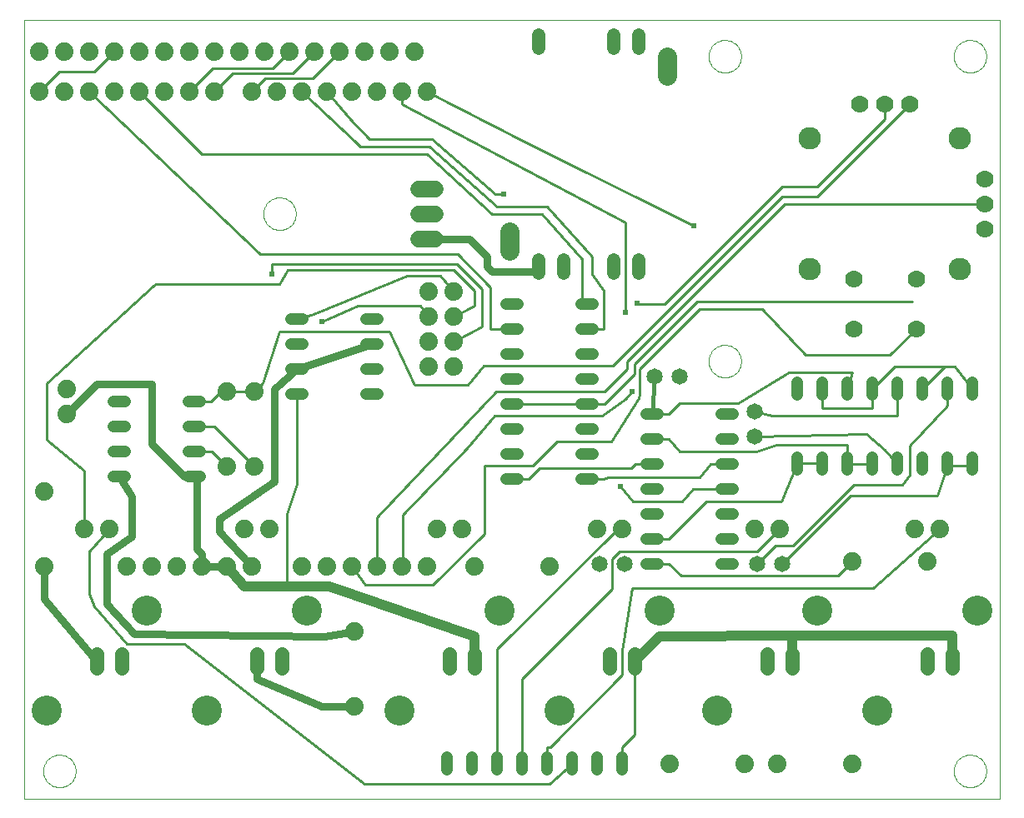
<source format=gtl>
G75*
G70*
%OFA0B0*%
%FSLAX24Y24*%
%IPPOS*%
%LPD*%
%AMOC8*
5,1,8,0,0,1.08239X$1,22.5*
%
%ADD10C,0.0000*%
%ADD11C,0.0740*%
%ADD12C,0.0560*%
%ADD13C,0.1200*%
%ADD14C,0.0900*%
%ADD15C,0.0700*%
%ADD16C,0.0480*%
%ADD17C,0.0660*%
%ADD18C,0.0650*%
%ADD19C,0.0768*%
%ADD20C,0.0531*%
%ADD21C,0.0240*%
%ADD22C,0.0100*%
%ADD23C,0.0400*%
%ADD24C,0.0300*%
%ADD25C,0.0150*%
D10*
X011652Y000125D02*
X050644Y000125D01*
X050644Y031295D01*
X011652Y031295D01*
X011652Y000125D01*
X012402Y001225D02*
X012404Y001275D01*
X012410Y001325D01*
X012420Y001375D01*
X012433Y001423D01*
X012450Y001471D01*
X012471Y001517D01*
X012495Y001561D01*
X012523Y001603D01*
X012554Y001643D01*
X012588Y001680D01*
X012625Y001715D01*
X012664Y001746D01*
X012705Y001775D01*
X012749Y001800D01*
X012795Y001822D01*
X012842Y001840D01*
X012890Y001854D01*
X012939Y001865D01*
X012989Y001872D01*
X013039Y001875D01*
X013090Y001874D01*
X013140Y001869D01*
X013190Y001860D01*
X013238Y001848D01*
X013286Y001831D01*
X013332Y001811D01*
X013377Y001788D01*
X013420Y001761D01*
X013460Y001731D01*
X013498Y001698D01*
X013533Y001662D01*
X013566Y001623D01*
X013595Y001582D01*
X013621Y001539D01*
X013644Y001494D01*
X013663Y001447D01*
X013678Y001399D01*
X013690Y001350D01*
X013698Y001300D01*
X013702Y001250D01*
X013702Y001200D01*
X013698Y001150D01*
X013690Y001100D01*
X013678Y001051D01*
X013663Y001003D01*
X013644Y000956D01*
X013621Y000911D01*
X013595Y000868D01*
X013566Y000827D01*
X013533Y000788D01*
X013498Y000752D01*
X013460Y000719D01*
X013420Y000689D01*
X013377Y000662D01*
X013332Y000639D01*
X013286Y000619D01*
X013238Y000602D01*
X013190Y000590D01*
X013140Y000581D01*
X013090Y000576D01*
X013039Y000575D01*
X012989Y000578D01*
X012939Y000585D01*
X012890Y000596D01*
X012842Y000610D01*
X012795Y000628D01*
X012749Y000650D01*
X012705Y000675D01*
X012664Y000704D01*
X012625Y000735D01*
X012588Y000770D01*
X012554Y000807D01*
X012523Y000847D01*
X012495Y000889D01*
X012471Y000933D01*
X012450Y000979D01*
X012433Y001027D01*
X012420Y001075D01*
X012410Y001125D01*
X012404Y001175D01*
X012402Y001225D01*
X039002Y017625D02*
X039004Y017675D01*
X039010Y017725D01*
X039020Y017775D01*
X039033Y017823D01*
X039050Y017871D01*
X039071Y017917D01*
X039095Y017961D01*
X039123Y018003D01*
X039154Y018043D01*
X039188Y018080D01*
X039225Y018115D01*
X039264Y018146D01*
X039305Y018175D01*
X039349Y018200D01*
X039395Y018222D01*
X039442Y018240D01*
X039490Y018254D01*
X039539Y018265D01*
X039589Y018272D01*
X039639Y018275D01*
X039690Y018274D01*
X039740Y018269D01*
X039790Y018260D01*
X039838Y018248D01*
X039886Y018231D01*
X039932Y018211D01*
X039977Y018188D01*
X040020Y018161D01*
X040060Y018131D01*
X040098Y018098D01*
X040133Y018062D01*
X040166Y018023D01*
X040195Y017982D01*
X040221Y017939D01*
X040244Y017894D01*
X040263Y017847D01*
X040278Y017799D01*
X040290Y017750D01*
X040298Y017700D01*
X040302Y017650D01*
X040302Y017600D01*
X040298Y017550D01*
X040290Y017500D01*
X040278Y017451D01*
X040263Y017403D01*
X040244Y017356D01*
X040221Y017311D01*
X040195Y017268D01*
X040166Y017227D01*
X040133Y017188D01*
X040098Y017152D01*
X040060Y017119D01*
X040020Y017089D01*
X039977Y017062D01*
X039932Y017039D01*
X039886Y017019D01*
X039838Y017002D01*
X039790Y016990D01*
X039740Y016981D01*
X039690Y016976D01*
X039639Y016975D01*
X039589Y016978D01*
X039539Y016985D01*
X039490Y016996D01*
X039442Y017010D01*
X039395Y017028D01*
X039349Y017050D01*
X039305Y017075D01*
X039264Y017104D01*
X039225Y017135D01*
X039188Y017170D01*
X039154Y017207D01*
X039123Y017247D01*
X039095Y017289D01*
X039071Y017333D01*
X039050Y017379D01*
X039033Y017427D01*
X039020Y017475D01*
X039010Y017525D01*
X039004Y017575D01*
X039002Y017625D01*
X021202Y023525D02*
X021204Y023575D01*
X021210Y023625D01*
X021220Y023675D01*
X021233Y023723D01*
X021250Y023771D01*
X021271Y023817D01*
X021295Y023861D01*
X021323Y023903D01*
X021354Y023943D01*
X021388Y023980D01*
X021425Y024015D01*
X021464Y024046D01*
X021505Y024075D01*
X021549Y024100D01*
X021595Y024122D01*
X021642Y024140D01*
X021690Y024154D01*
X021739Y024165D01*
X021789Y024172D01*
X021839Y024175D01*
X021890Y024174D01*
X021940Y024169D01*
X021990Y024160D01*
X022038Y024148D01*
X022086Y024131D01*
X022132Y024111D01*
X022177Y024088D01*
X022220Y024061D01*
X022260Y024031D01*
X022298Y023998D01*
X022333Y023962D01*
X022366Y023923D01*
X022395Y023882D01*
X022421Y023839D01*
X022444Y023794D01*
X022463Y023747D01*
X022478Y023699D01*
X022490Y023650D01*
X022498Y023600D01*
X022502Y023550D01*
X022502Y023500D01*
X022498Y023450D01*
X022490Y023400D01*
X022478Y023351D01*
X022463Y023303D01*
X022444Y023256D01*
X022421Y023211D01*
X022395Y023168D01*
X022366Y023127D01*
X022333Y023088D01*
X022298Y023052D01*
X022260Y023019D01*
X022220Y022989D01*
X022177Y022962D01*
X022132Y022939D01*
X022086Y022919D01*
X022038Y022902D01*
X021990Y022890D01*
X021940Y022881D01*
X021890Y022876D01*
X021839Y022875D01*
X021789Y022878D01*
X021739Y022885D01*
X021690Y022896D01*
X021642Y022910D01*
X021595Y022928D01*
X021549Y022950D01*
X021505Y022975D01*
X021464Y023004D01*
X021425Y023035D01*
X021388Y023070D01*
X021354Y023107D01*
X021323Y023147D01*
X021295Y023189D01*
X021271Y023233D01*
X021250Y023279D01*
X021233Y023327D01*
X021220Y023375D01*
X021210Y023425D01*
X021204Y023475D01*
X021202Y023525D01*
X039002Y029825D02*
X039004Y029875D01*
X039010Y029925D01*
X039020Y029975D01*
X039033Y030023D01*
X039050Y030071D01*
X039071Y030117D01*
X039095Y030161D01*
X039123Y030203D01*
X039154Y030243D01*
X039188Y030280D01*
X039225Y030315D01*
X039264Y030346D01*
X039305Y030375D01*
X039349Y030400D01*
X039395Y030422D01*
X039442Y030440D01*
X039490Y030454D01*
X039539Y030465D01*
X039589Y030472D01*
X039639Y030475D01*
X039690Y030474D01*
X039740Y030469D01*
X039790Y030460D01*
X039838Y030448D01*
X039886Y030431D01*
X039932Y030411D01*
X039977Y030388D01*
X040020Y030361D01*
X040060Y030331D01*
X040098Y030298D01*
X040133Y030262D01*
X040166Y030223D01*
X040195Y030182D01*
X040221Y030139D01*
X040244Y030094D01*
X040263Y030047D01*
X040278Y029999D01*
X040290Y029950D01*
X040298Y029900D01*
X040302Y029850D01*
X040302Y029800D01*
X040298Y029750D01*
X040290Y029700D01*
X040278Y029651D01*
X040263Y029603D01*
X040244Y029556D01*
X040221Y029511D01*
X040195Y029468D01*
X040166Y029427D01*
X040133Y029388D01*
X040098Y029352D01*
X040060Y029319D01*
X040020Y029289D01*
X039977Y029262D01*
X039932Y029239D01*
X039886Y029219D01*
X039838Y029202D01*
X039790Y029190D01*
X039740Y029181D01*
X039690Y029176D01*
X039639Y029175D01*
X039589Y029178D01*
X039539Y029185D01*
X039490Y029196D01*
X039442Y029210D01*
X039395Y029228D01*
X039349Y029250D01*
X039305Y029275D01*
X039264Y029304D01*
X039225Y029335D01*
X039188Y029370D01*
X039154Y029407D01*
X039123Y029447D01*
X039095Y029489D01*
X039071Y029533D01*
X039050Y029579D01*
X039033Y029627D01*
X039020Y029675D01*
X039010Y029725D01*
X039004Y029775D01*
X039002Y029825D01*
X048802Y029825D02*
X048804Y029875D01*
X048810Y029925D01*
X048820Y029975D01*
X048833Y030023D01*
X048850Y030071D01*
X048871Y030117D01*
X048895Y030161D01*
X048923Y030203D01*
X048954Y030243D01*
X048988Y030280D01*
X049025Y030315D01*
X049064Y030346D01*
X049105Y030375D01*
X049149Y030400D01*
X049195Y030422D01*
X049242Y030440D01*
X049290Y030454D01*
X049339Y030465D01*
X049389Y030472D01*
X049439Y030475D01*
X049490Y030474D01*
X049540Y030469D01*
X049590Y030460D01*
X049638Y030448D01*
X049686Y030431D01*
X049732Y030411D01*
X049777Y030388D01*
X049820Y030361D01*
X049860Y030331D01*
X049898Y030298D01*
X049933Y030262D01*
X049966Y030223D01*
X049995Y030182D01*
X050021Y030139D01*
X050044Y030094D01*
X050063Y030047D01*
X050078Y029999D01*
X050090Y029950D01*
X050098Y029900D01*
X050102Y029850D01*
X050102Y029800D01*
X050098Y029750D01*
X050090Y029700D01*
X050078Y029651D01*
X050063Y029603D01*
X050044Y029556D01*
X050021Y029511D01*
X049995Y029468D01*
X049966Y029427D01*
X049933Y029388D01*
X049898Y029352D01*
X049860Y029319D01*
X049820Y029289D01*
X049777Y029262D01*
X049732Y029239D01*
X049686Y029219D01*
X049638Y029202D01*
X049590Y029190D01*
X049540Y029181D01*
X049490Y029176D01*
X049439Y029175D01*
X049389Y029178D01*
X049339Y029185D01*
X049290Y029196D01*
X049242Y029210D01*
X049195Y029228D01*
X049149Y029250D01*
X049105Y029275D01*
X049064Y029304D01*
X049025Y029335D01*
X048988Y029370D01*
X048954Y029407D01*
X048923Y029447D01*
X048895Y029489D01*
X048871Y029533D01*
X048850Y029579D01*
X048833Y029627D01*
X048820Y029675D01*
X048810Y029725D01*
X048804Y029775D01*
X048802Y029825D01*
X048802Y001225D02*
X048804Y001275D01*
X048810Y001325D01*
X048820Y001375D01*
X048833Y001423D01*
X048850Y001471D01*
X048871Y001517D01*
X048895Y001561D01*
X048923Y001603D01*
X048954Y001643D01*
X048988Y001680D01*
X049025Y001715D01*
X049064Y001746D01*
X049105Y001775D01*
X049149Y001800D01*
X049195Y001822D01*
X049242Y001840D01*
X049290Y001854D01*
X049339Y001865D01*
X049389Y001872D01*
X049439Y001875D01*
X049490Y001874D01*
X049540Y001869D01*
X049590Y001860D01*
X049638Y001848D01*
X049686Y001831D01*
X049732Y001811D01*
X049777Y001788D01*
X049820Y001761D01*
X049860Y001731D01*
X049898Y001698D01*
X049933Y001662D01*
X049966Y001623D01*
X049995Y001582D01*
X050021Y001539D01*
X050044Y001494D01*
X050063Y001447D01*
X050078Y001399D01*
X050090Y001350D01*
X050098Y001300D01*
X050102Y001250D01*
X050102Y001200D01*
X050098Y001150D01*
X050090Y001100D01*
X050078Y001051D01*
X050063Y001003D01*
X050044Y000956D01*
X050021Y000911D01*
X049995Y000868D01*
X049966Y000827D01*
X049933Y000788D01*
X049898Y000752D01*
X049860Y000719D01*
X049820Y000689D01*
X049777Y000662D01*
X049732Y000639D01*
X049686Y000619D01*
X049638Y000602D01*
X049590Y000590D01*
X049540Y000581D01*
X049490Y000576D01*
X049439Y000575D01*
X049389Y000578D01*
X049339Y000585D01*
X049290Y000596D01*
X049242Y000610D01*
X049195Y000628D01*
X049149Y000650D01*
X049105Y000675D01*
X049064Y000704D01*
X049025Y000735D01*
X048988Y000770D01*
X048954Y000807D01*
X048923Y000847D01*
X048895Y000889D01*
X048871Y000933D01*
X048850Y000979D01*
X048833Y001027D01*
X048820Y001075D01*
X048810Y001125D01*
X048804Y001175D01*
X048802Y001225D01*
D11*
X044752Y001525D03*
X041752Y001525D03*
X040452Y001525D03*
X037452Y001525D03*
X032652Y009425D03*
X034552Y010925D03*
X035552Y010925D03*
X040852Y010925D03*
X041852Y010925D03*
X044752Y009625D03*
X047252Y010925D03*
X048252Y010925D03*
X047752Y009625D03*
X029652Y009425D03*
X027752Y009425D03*
X026752Y009425D03*
X025752Y009425D03*
X024752Y009425D03*
X023752Y009425D03*
X022752Y009425D03*
X020752Y009425D03*
X019752Y009425D03*
X018752Y009425D03*
X017752Y009425D03*
X016752Y009425D03*
X015752Y009425D03*
X015052Y010925D03*
X014052Y010925D03*
X012452Y009425D03*
X012452Y012425D03*
X013352Y015525D03*
X013352Y016525D03*
X019752Y016425D03*
X020852Y016425D03*
X020852Y013425D03*
X019752Y013425D03*
X020452Y010925D03*
X021452Y010925D03*
X024852Y006825D03*
X024852Y003825D03*
X028152Y010925D03*
X029152Y010925D03*
X028802Y017425D03*
X027802Y017425D03*
X027802Y018425D03*
X028802Y018425D03*
X028802Y019425D03*
X027802Y019425D03*
X027802Y020425D03*
X028802Y020425D03*
X027752Y028425D03*
X026752Y028425D03*
X025752Y028425D03*
X024752Y028425D03*
X023752Y028425D03*
X022752Y028425D03*
X021752Y028425D03*
X020752Y028425D03*
X019252Y028425D03*
X018252Y028425D03*
X017252Y028425D03*
X016252Y028425D03*
X015252Y028425D03*
X014252Y028425D03*
X013252Y028425D03*
X012252Y028425D03*
X012252Y030025D03*
X013252Y030025D03*
X014252Y030025D03*
X015252Y030025D03*
X016252Y030025D03*
X017252Y030025D03*
X018252Y030025D03*
X019252Y030025D03*
X020252Y030025D03*
X021252Y030025D03*
X022252Y030025D03*
X023252Y030025D03*
X024252Y030025D03*
X025252Y030025D03*
X026252Y030025D03*
X027252Y030025D03*
D12*
X028652Y005905D02*
X028652Y005345D01*
X029633Y005345D02*
X029633Y005905D01*
X035052Y005905D02*
X035052Y005345D01*
X036033Y005345D02*
X036033Y005905D01*
X041352Y005905D02*
X041352Y005345D01*
X042333Y005345D02*
X042333Y005905D01*
X047752Y005905D02*
X047752Y005345D01*
X048733Y005345D02*
X048733Y005905D01*
X021933Y005905D02*
X021933Y005345D01*
X020952Y005345D02*
X020952Y005905D01*
X015533Y005905D02*
X015533Y005345D01*
X014552Y005345D02*
X014552Y005905D01*
D13*
X016556Y007634D03*
X022956Y007634D03*
X026654Y003646D03*
X033054Y003646D03*
X039354Y003646D03*
X037056Y007634D03*
X043356Y007634D03*
X045754Y003646D03*
X049756Y007634D03*
X030656Y007634D03*
X018954Y003646D03*
X012554Y003646D03*
D14*
X043052Y021300D03*
X049052Y021300D03*
X049052Y026550D03*
X043052Y026550D03*
D15*
X045052Y027925D03*
X046052Y027925D03*
X047052Y027925D03*
X050052Y024925D03*
X050052Y023925D03*
X050052Y022925D03*
X047302Y020925D03*
X044802Y020925D03*
X044802Y018925D03*
X047302Y018925D03*
D16*
X047552Y016765D02*
X047552Y016285D01*
X046552Y016285D02*
X046552Y016765D01*
X045552Y016765D02*
X045552Y016285D01*
X044552Y016285D02*
X044552Y016765D01*
X043552Y016765D02*
X043552Y016285D01*
X042552Y016285D02*
X042552Y016765D01*
X039992Y015525D02*
X039512Y015525D01*
X039512Y014525D02*
X039992Y014525D01*
X039992Y013525D02*
X039512Y013525D01*
X039512Y012525D02*
X039992Y012525D01*
X039992Y011525D02*
X039512Y011525D01*
X039512Y010525D02*
X039992Y010525D01*
X039992Y009525D02*
X039512Y009525D01*
X036992Y009525D02*
X036512Y009525D01*
X036512Y010525D02*
X036992Y010525D01*
X036992Y011525D02*
X036512Y011525D01*
X036512Y012525D02*
X036992Y012525D01*
X036992Y013525D02*
X036512Y013525D01*
X036512Y014525D02*
X036992Y014525D01*
X036992Y015525D02*
X036512Y015525D01*
X034392Y015925D02*
X033912Y015925D01*
X033912Y014925D02*
X034392Y014925D01*
X034392Y013925D02*
X033912Y013925D01*
X033912Y012925D02*
X034392Y012925D01*
X031392Y012925D02*
X030912Y012925D01*
X030912Y013925D02*
X031392Y013925D01*
X031392Y014925D02*
X030912Y014925D01*
X030912Y015925D02*
X031392Y015925D01*
X031392Y016925D02*
X030912Y016925D01*
X030912Y017925D02*
X031392Y017925D01*
X031392Y018925D02*
X030912Y018925D01*
X030912Y019925D02*
X031392Y019925D01*
X033912Y019925D02*
X034392Y019925D01*
X034392Y018925D02*
X033912Y018925D01*
X033912Y017925D02*
X034392Y017925D01*
X034392Y016925D02*
X033912Y016925D01*
X025792Y017325D02*
X025312Y017325D01*
X025312Y016325D02*
X025792Y016325D01*
X025792Y018325D02*
X025312Y018325D01*
X025312Y019325D02*
X025792Y019325D01*
X022792Y019325D02*
X022312Y019325D01*
X022312Y018325D02*
X022792Y018325D01*
X022792Y017325D02*
X022312Y017325D01*
X022312Y016325D02*
X022792Y016325D01*
X018692Y016025D02*
X018212Y016025D01*
X018212Y015025D02*
X018692Y015025D01*
X018692Y014025D02*
X018212Y014025D01*
X018212Y013025D02*
X018692Y013025D01*
X015692Y013025D02*
X015212Y013025D01*
X015212Y014025D02*
X015692Y014025D01*
X015692Y015025D02*
X015212Y015025D01*
X015212Y016025D02*
X015692Y016025D01*
X028552Y001765D02*
X028552Y001285D01*
X029552Y001285D02*
X029552Y001765D01*
X030552Y001765D02*
X030552Y001285D01*
X031552Y001285D02*
X031552Y001765D01*
X032552Y001765D02*
X032552Y001285D01*
X033552Y001285D02*
X033552Y001765D01*
X034552Y001765D02*
X034552Y001285D01*
X035552Y001285D02*
X035552Y001765D01*
X042552Y013285D02*
X042552Y013765D01*
X043552Y013765D02*
X043552Y013285D01*
X044552Y013285D02*
X044552Y013765D01*
X045552Y013765D02*
X045552Y013285D01*
X046552Y013285D02*
X046552Y013765D01*
X047552Y013765D02*
X047552Y013285D01*
X048552Y013285D02*
X048552Y013765D01*
X049552Y013765D02*
X049552Y013285D01*
X049552Y016285D02*
X049552Y016765D01*
X048552Y016765D02*
X048552Y016285D01*
D17*
X028082Y022525D02*
X027422Y022525D01*
X027422Y023525D02*
X028082Y023525D01*
X028082Y024525D02*
X027422Y024525D01*
D18*
X036852Y017025D03*
X037852Y017025D03*
X040852Y015625D03*
X040852Y014625D03*
X040952Y009525D03*
X041952Y009525D03*
X035652Y009525D03*
X034652Y009525D03*
D19*
X031052Y022041D02*
X031052Y022809D01*
X037352Y029041D02*
X037352Y029809D01*
D20*
X036202Y030159D02*
X036202Y030691D01*
X035202Y030691D02*
X035202Y030159D01*
X032202Y030159D02*
X032202Y030691D01*
X032202Y021691D02*
X032202Y021159D01*
X033202Y021159D02*
X033202Y021691D01*
X035202Y021691D02*
X035202Y021159D01*
X036202Y021159D02*
X036202Y021691D01*
D21*
X038420Y023055D03*
X036132Y019945D03*
X035677Y019575D03*
X035952Y016405D03*
X035484Y012603D03*
X023552Y019213D03*
X021552Y021125D03*
X030796Y024302D03*
D22*
X030475Y024302D01*
X027952Y026525D01*
X025452Y026525D01*
X024675Y027302D01*
X023752Y028425D01*
X023172Y028945D02*
X024252Y030025D01*
X023252Y030025D02*
X022372Y029145D01*
X019972Y029145D01*
X019252Y028425D01*
X019175Y029348D02*
X018252Y028425D01*
X019175Y029348D02*
X021575Y029348D01*
X022252Y030025D01*
X023172Y028945D02*
X021272Y028945D01*
X020752Y028425D01*
X022752Y028425D02*
X024867Y026410D01*
X025082Y026225D01*
X027852Y026225D01*
X030552Y023825D01*
X032552Y023825D01*
X034352Y021825D01*
X034352Y021125D01*
X034822Y020455D01*
X034822Y020101D01*
X034822Y018925D01*
X034152Y018925D01*
X034152Y019925D02*
X033952Y020125D01*
X033952Y021725D01*
X032352Y023525D01*
X030352Y023525D01*
X027752Y025925D01*
X018752Y025925D01*
X016252Y028425D01*
X015252Y030025D02*
X014452Y029225D01*
X013052Y029225D01*
X012252Y028425D01*
X014252Y028425D02*
X021081Y021896D01*
X028969Y021896D01*
X030282Y020583D01*
X030282Y018925D01*
X031152Y018925D01*
X029952Y019025D02*
X029952Y020525D01*
X028952Y021525D01*
X021552Y021525D01*
X021552Y021125D01*
X021852Y020725D02*
X016898Y020725D01*
X016826Y020653D01*
X012527Y016736D01*
X012527Y014470D01*
X014052Y013245D01*
X014052Y010925D01*
X014252Y010025D02*
X015052Y010925D01*
X014252Y010025D02*
X014252Y008325D01*
X014452Y007825D01*
X015752Y006325D01*
X018052Y006325D01*
X025252Y000725D01*
X032652Y000725D01*
X033552Y001525D01*
X032552Y001525D02*
X032552Y002195D01*
X032674Y002195D01*
X035543Y005064D01*
X035543Y006030D01*
X035948Y008535D01*
X045562Y008535D01*
X048252Y010925D01*
X048136Y012239D02*
X048552Y013455D01*
X048552Y013525D01*
X048552Y013455D02*
X049552Y013455D01*
X049552Y013525D01*
X048136Y012239D02*
X044666Y012239D01*
X041952Y009525D01*
X041671Y010243D02*
X042372Y010243D01*
X044795Y012666D01*
X046736Y012666D01*
X047038Y013069D01*
X047038Y014241D01*
X048552Y015855D01*
X048552Y016525D01*
X048452Y017425D02*
X048852Y017425D01*
X049552Y016525D01*
X048852Y017425D02*
X048452Y017425D01*
X046952Y017425D01*
X046452Y017425D01*
X045552Y016525D01*
X045552Y015755D01*
X043552Y015755D01*
X043552Y016525D01*
X044552Y016525D02*
X044752Y017195D01*
X042226Y017195D01*
X040166Y015935D01*
X037832Y015935D01*
X037422Y015525D01*
X036752Y015525D01*
X036209Y016135D02*
X036252Y016325D01*
X036252Y017325D01*
X038652Y019725D01*
X041152Y019725D01*
X042878Y017881D01*
X046258Y017881D01*
X047302Y018925D01*
X047152Y020025D02*
X038552Y020025D01*
X036152Y017625D01*
X036052Y017525D01*
X036052Y017125D01*
X034852Y015925D01*
X034822Y015925D01*
X034152Y015925D01*
X031152Y015925D01*
X030504Y016425D02*
X034722Y016425D01*
X034752Y016425D01*
X034852Y016425D01*
X035752Y017325D01*
X035752Y017625D01*
X038552Y020425D01*
X042052Y023925D01*
X050052Y023925D01*
X046052Y027325D02*
X043352Y024625D01*
X041952Y024625D01*
X037252Y019925D01*
X036152Y019925D01*
X036132Y019945D01*
X035677Y019575D02*
X035677Y023178D01*
X026751Y027926D01*
X026752Y028425D01*
X027752Y028425D02*
X031650Y026425D01*
X038420Y023055D01*
X041952Y024225D02*
X043352Y024225D01*
X047052Y027925D01*
X046052Y027925D02*
X046052Y027325D01*
X046052Y027925D02*
X046052Y027985D01*
X041952Y024225D02*
X035452Y017725D01*
X035162Y017435D01*
X034719Y017435D01*
X030010Y017435D01*
X029365Y016690D01*
X027252Y016690D01*
X026252Y018825D01*
X021852Y018825D01*
X021177Y016750D01*
X020852Y016425D01*
X019752Y016425D01*
X019522Y016425D01*
X019122Y016025D01*
X018452Y016025D01*
X018452Y015025D02*
X019252Y015025D01*
X020852Y013425D01*
X019752Y013425D02*
X019152Y014025D01*
X018452Y014025D01*
X022552Y012725D02*
X022152Y011525D01*
X022152Y008625D01*
X024752Y009425D02*
X025285Y008692D01*
X027961Y008692D01*
X030052Y010725D01*
X030052Y013435D01*
X031964Y013435D01*
X032954Y014425D01*
X035099Y014425D01*
X036209Y016135D01*
X035952Y016405D02*
X035692Y016105D01*
X034732Y015445D01*
X030452Y015445D01*
X029352Y014145D01*
X026772Y011465D01*
X026772Y009425D01*
X026752Y009425D01*
X025752Y009425D02*
X025752Y011373D01*
X030504Y016425D01*
X028802Y018425D02*
X029952Y019025D01*
X029636Y019859D02*
X029636Y020432D01*
X028803Y021265D01*
X022193Y021265D01*
X021852Y020725D01*
X022552Y019325D02*
X023222Y019525D01*
X026947Y021050D01*
X028277Y021050D01*
X028802Y020425D01*
X028802Y019425D02*
X029636Y019859D01*
X027802Y019425D02*
X027490Y019837D01*
X024977Y019837D01*
X023552Y019213D01*
X022552Y016325D02*
X022552Y012725D01*
X031152Y012925D02*
X031822Y012925D01*
X032252Y013355D01*
X035912Y013355D01*
X036082Y013525D01*
X036752Y013525D01*
X037832Y014015D02*
X040914Y014015D01*
X041694Y014295D01*
X044552Y014295D01*
X044552Y013525D01*
X045552Y013525D01*
X046052Y014095D02*
X045322Y014725D01*
X040852Y014625D01*
X040852Y015625D02*
X041536Y015441D01*
X046539Y015441D01*
X046552Y015855D01*
X046552Y016525D01*
X047552Y016525D02*
X048452Y017425D01*
X046052Y014095D02*
X046552Y013525D01*
X043552Y013525D02*
X043552Y013555D01*
X042552Y013555D01*
X042552Y013525D01*
X042552Y013555D02*
X041922Y012025D01*
X038922Y012025D01*
X037422Y010525D01*
X036752Y010525D01*
X035552Y010925D02*
X035379Y010925D01*
X030552Y006098D01*
X030552Y001525D01*
X031552Y001525D02*
X031552Y004927D01*
X035152Y008527D01*
X035152Y009705D01*
X035447Y010000D01*
X040927Y010000D01*
X041852Y010925D01*
X041671Y010243D02*
X040952Y009525D01*
X037908Y009039D02*
X044167Y009039D01*
X044752Y009625D01*
X042333Y006635D02*
X042333Y006335D01*
X042333Y006335D01*
X037908Y009039D02*
X037422Y009525D01*
X036752Y009525D01*
X035988Y012000D02*
X037940Y012000D01*
X038365Y012525D01*
X039752Y012525D01*
X038652Y012995D02*
X034992Y012995D01*
X034822Y012925D01*
X034152Y012925D01*
X035484Y012603D02*
X035988Y012000D01*
X038652Y012995D02*
X039082Y013525D01*
X039752Y013525D01*
X037832Y014015D02*
X037422Y014525D01*
X036752Y014525D01*
X029633Y006335D02*
X029633Y005625D01*
X035552Y002195D02*
X035552Y001525D01*
X035552Y002195D02*
X036033Y002676D01*
X036033Y005625D01*
D23*
X037052Y006625D01*
X042333Y006635D01*
X042333Y005625D01*
X042333Y006635D02*
X048733Y006635D01*
X048752Y005425D01*
X048733Y005625D01*
X029633Y005625D02*
X029652Y006625D01*
X023852Y008625D01*
X022152Y008625D01*
X020452Y008625D01*
X019752Y009425D01*
D24*
X018752Y009425D01*
X018752Y009925D01*
X018552Y010125D01*
X018552Y012925D01*
X018452Y013025D01*
X018052Y013025D01*
X016752Y014325D01*
X016752Y016725D01*
X014552Y016725D01*
X013352Y015525D01*
X015452Y013025D02*
X015952Y012225D01*
X015952Y010625D01*
X014952Y009925D01*
X014952Y007925D01*
X016052Y006725D01*
X023652Y006625D01*
X024852Y006825D01*
X023552Y003825D02*
X020952Y004925D01*
X020952Y005625D01*
X023552Y003825D02*
X024852Y003825D01*
X020752Y009425D02*
X019452Y010825D01*
X019452Y011325D01*
X021652Y012825D01*
X021652Y016525D01*
X022552Y017325D01*
X025552Y018325D01*
X030152Y021425D02*
X030352Y021225D01*
X032002Y021225D01*
X032202Y021425D01*
X030152Y021425D02*
X030152Y021825D01*
X029452Y022525D01*
X027752Y022525D01*
X012452Y009425D02*
X012452Y008125D01*
X014552Y005625D01*
D25*
X036752Y015525D02*
X036852Y017025D01*
M02*

</source>
